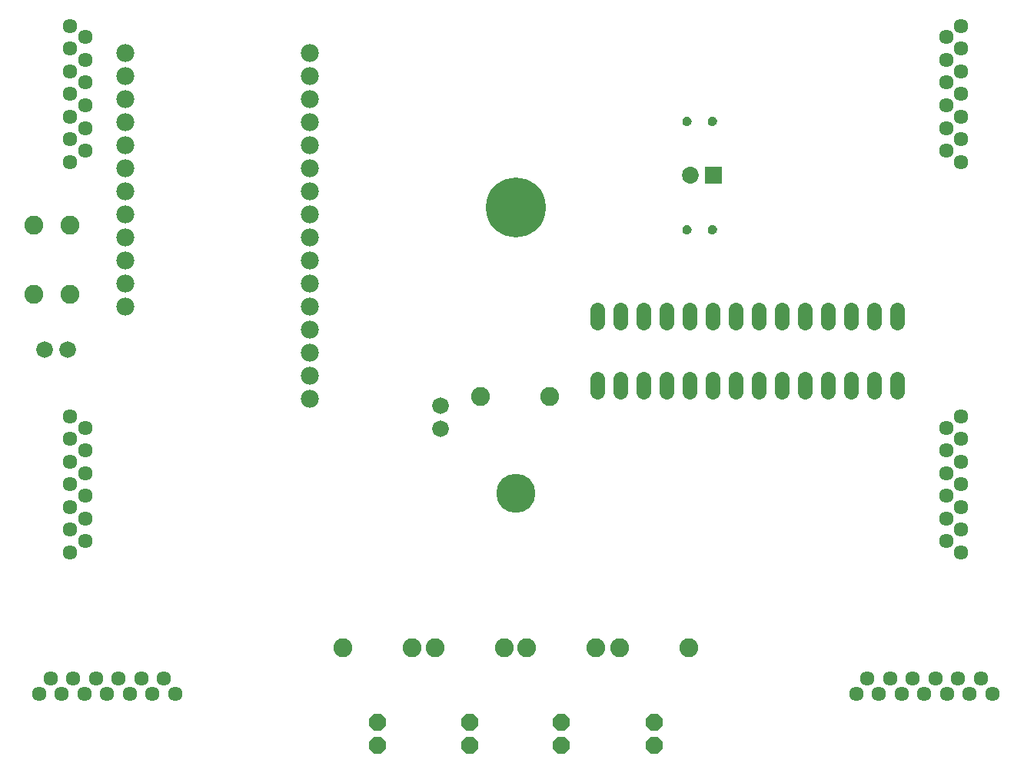
<source format=gts>
G04 EAGLE Gerber RS-274X export*
G75*
%MOMM*%
%FSLAX34Y34*%
%LPD*%
%INTop Soldermask*%
%IPPOS*%
%AMOC8*
5,1,8,0,0,1.08239X$1,22.5*%
G01*
%ADD10C,6.603200*%
%ADD11C,4.303200*%
%ADD12C,1.981200*%
%ADD13C,1.612800*%
%ADD14C,2.082800*%
%ADD15C,1.828800*%
%ADD16R,1.854200X1.854200*%
%ADD17C,1.854200*%
%ADD18P,2.034460X8X292.500000*%
%ADD19C,1.625600*%

G36*
X826736Y704907D02*
X826736Y704907D01*
X826811Y704904D01*
X827787Y705006D01*
X827835Y705020D01*
X827925Y705036D01*
X828854Y705352D01*
X828898Y705377D01*
X828983Y705413D01*
X829818Y705927D01*
X829855Y705961D01*
X829930Y706015D01*
X830630Y706703D01*
X830659Y706744D01*
X830719Y706813D01*
X831248Y707640D01*
X831267Y707686D01*
X831311Y707767D01*
X831643Y708690D01*
X831651Y708740D01*
X831676Y708829D01*
X831794Y709803D01*
X831791Y709853D01*
X831795Y709939D01*
X831700Y710941D01*
X831686Y710990D01*
X831670Y711080D01*
X831354Y712036D01*
X831330Y712081D01*
X831295Y712165D01*
X830773Y713026D01*
X830740Y713064D01*
X830687Y713139D01*
X829987Y713863D01*
X829946Y713892D01*
X829877Y713953D01*
X829034Y714503D01*
X828988Y714523D01*
X828907Y714567D01*
X827963Y714915D01*
X827913Y714924D01*
X827825Y714949D01*
X826827Y715079D01*
X826784Y715077D01*
X826658Y715078D01*
X825647Y714939D01*
X825599Y714923D01*
X825509Y714904D01*
X824554Y714542D01*
X824511Y714516D01*
X824427Y714478D01*
X823577Y713913D01*
X823540Y713878D01*
X823468Y713821D01*
X822764Y713082D01*
X822736Y713039D01*
X822678Y712968D01*
X822157Y712090D01*
X822139Y712043D01*
X822098Y711961D01*
X821785Y710989D01*
X821778Y710939D01*
X821757Y710850D01*
X821668Y709832D01*
X821673Y709782D01*
X821672Y709691D01*
X821803Y708727D01*
X821819Y708679D01*
X821838Y708590D01*
X822180Y707679D01*
X822206Y707636D01*
X822245Y707553D01*
X822782Y706741D01*
X822817Y706705D01*
X822873Y706632D01*
X823577Y705960D01*
X823619Y705933D01*
X823690Y705874D01*
X824526Y705376D01*
X824573Y705358D01*
X824655Y705318D01*
X825581Y705018D01*
X825631Y705011D01*
X825720Y704989D01*
X826689Y704903D01*
X826736Y704907D01*
G37*
G36*
X798745Y704907D02*
X798745Y704907D01*
X798820Y704904D01*
X799796Y705006D01*
X799844Y705020D01*
X799934Y705036D01*
X800863Y705352D01*
X800907Y705377D01*
X800992Y705413D01*
X801827Y705927D01*
X801864Y705961D01*
X801939Y706015D01*
X802639Y706703D01*
X802668Y706744D01*
X802728Y706813D01*
X803257Y707640D01*
X803276Y707686D01*
X803320Y707767D01*
X803652Y708690D01*
X803660Y708740D01*
X803685Y708829D01*
X803803Y709803D01*
X803800Y709853D01*
X803804Y709939D01*
X803709Y710941D01*
X803695Y710990D01*
X803679Y711080D01*
X803363Y712036D01*
X803339Y712081D01*
X803304Y712165D01*
X802782Y713026D01*
X802749Y713064D01*
X802696Y713139D01*
X801996Y713863D01*
X801955Y713892D01*
X801886Y713953D01*
X801043Y714503D01*
X800997Y714523D01*
X800916Y714567D01*
X799972Y714915D01*
X799922Y714924D01*
X799834Y714949D01*
X798836Y715079D01*
X798793Y715077D01*
X798667Y715078D01*
X797656Y714939D01*
X797608Y714923D01*
X797518Y714904D01*
X796563Y714542D01*
X796520Y714516D01*
X796436Y714478D01*
X795586Y713913D01*
X795549Y713878D01*
X795477Y713821D01*
X794773Y713082D01*
X794745Y713039D01*
X794687Y712968D01*
X794166Y712090D01*
X794148Y712043D01*
X794107Y711961D01*
X793794Y710989D01*
X793787Y710939D01*
X793766Y710850D01*
X793677Y709832D01*
X793682Y709782D01*
X793681Y709691D01*
X793812Y708727D01*
X793828Y708679D01*
X793847Y708590D01*
X794189Y707679D01*
X794215Y707636D01*
X794254Y707553D01*
X794791Y706741D01*
X794826Y706705D01*
X794882Y706632D01*
X795586Y705960D01*
X795628Y705933D01*
X795699Y705874D01*
X796535Y705376D01*
X796582Y705358D01*
X796664Y705318D01*
X797590Y705018D01*
X797640Y705011D01*
X797729Y704989D01*
X798698Y704903D01*
X798745Y704907D01*
G37*
G36*
X826736Y585527D02*
X826736Y585527D01*
X826811Y585524D01*
X827787Y585626D01*
X827835Y585640D01*
X827925Y585656D01*
X828854Y585972D01*
X828898Y585997D01*
X828983Y586033D01*
X829818Y586547D01*
X829855Y586581D01*
X829930Y586635D01*
X830630Y587323D01*
X830659Y587364D01*
X830719Y587433D01*
X831248Y588260D01*
X831267Y588306D01*
X831311Y588387D01*
X831643Y589310D01*
X831651Y589360D01*
X831676Y589449D01*
X831794Y590423D01*
X831791Y590473D01*
X831795Y590559D01*
X831700Y591561D01*
X831686Y591610D01*
X831670Y591700D01*
X831354Y592656D01*
X831330Y592701D01*
X831295Y592785D01*
X830773Y593646D01*
X830740Y593684D01*
X830687Y593759D01*
X829987Y594483D01*
X829946Y594512D01*
X829877Y594573D01*
X829034Y595123D01*
X828988Y595143D01*
X828907Y595187D01*
X827963Y595535D01*
X827913Y595544D01*
X827825Y595569D01*
X826827Y595699D01*
X826784Y595697D01*
X826658Y595698D01*
X825647Y595559D01*
X825599Y595543D01*
X825509Y595524D01*
X824554Y595162D01*
X824511Y595136D01*
X824427Y595098D01*
X823577Y594533D01*
X823540Y594498D01*
X823468Y594441D01*
X822764Y593702D01*
X822736Y593659D01*
X822678Y593588D01*
X822157Y592710D01*
X822139Y592663D01*
X822098Y592581D01*
X821785Y591609D01*
X821778Y591559D01*
X821757Y591470D01*
X821668Y590452D01*
X821673Y590402D01*
X821672Y590311D01*
X821803Y589347D01*
X821819Y589299D01*
X821838Y589210D01*
X822180Y588299D01*
X822206Y588256D01*
X822245Y588173D01*
X822782Y587361D01*
X822817Y587325D01*
X822873Y587252D01*
X823577Y586580D01*
X823619Y586553D01*
X823690Y586494D01*
X824526Y585996D01*
X824573Y585978D01*
X824655Y585938D01*
X825581Y585638D01*
X825631Y585631D01*
X825720Y585609D01*
X826689Y585523D01*
X826736Y585527D01*
G37*
G36*
X798745Y585527D02*
X798745Y585527D01*
X798820Y585524D01*
X799796Y585626D01*
X799844Y585640D01*
X799934Y585656D01*
X800863Y585972D01*
X800907Y585997D01*
X800992Y586033D01*
X801827Y586547D01*
X801864Y586581D01*
X801939Y586635D01*
X802639Y587323D01*
X802668Y587364D01*
X802728Y587433D01*
X803257Y588260D01*
X803276Y588306D01*
X803320Y588387D01*
X803652Y589310D01*
X803660Y589360D01*
X803685Y589449D01*
X803803Y590423D01*
X803800Y590473D01*
X803804Y590559D01*
X803709Y591561D01*
X803695Y591610D01*
X803679Y591700D01*
X803363Y592656D01*
X803339Y592701D01*
X803304Y592785D01*
X802782Y593646D01*
X802749Y593684D01*
X802696Y593759D01*
X801996Y594483D01*
X801955Y594512D01*
X801886Y594573D01*
X801043Y595123D01*
X800997Y595143D01*
X800916Y595187D01*
X799972Y595535D01*
X799922Y595544D01*
X799834Y595569D01*
X798836Y595699D01*
X798793Y595697D01*
X798667Y595698D01*
X797656Y595559D01*
X797608Y595543D01*
X797518Y595524D01*
X796563Y595162D01*
X796520Y595136D01*
X796436Y595098D01*
X795586Y594533D01*
X795549Y594498D01*
X795477Y594441D01*
X794773Y593702D01*
X794745Y593659D01*
X794687Y593588D01*
X794166Y592710D01*
X794148Y592663D01*
X794107Y592581D01*
X793794Y591609D01*
X793787Y591559D01*
X793766Y591470D01*
X793677Y590452D01*
X793682Y590402D01*
X793681Y590311D01*
X793812Y589347D01*
X793828Y589299D01*
X793847Y589210D01*
X794189Y588299D01*
X794215Y588256D01*
X794254Y588173D01*
X794791Y587361D01*
X794826Y587325D01*
X794882Y587252D01*
X795586Y586580D01*
X795628Y586553D01*
X795699Y586494D01*
X796535Y585996D01*
X796582Y585978D01*
X796664Y585938D01*
X797590Y585638D01*
X797640Y585631D01*
X797729Y585609D01*
X798698Y585523D01*
X798745Y585527D01*
G37*
D10*
X610000Y615000D03*
D11*
X610000Y300000D03*
D12*
X180500Y506100D03*
X180500Y531500D03*
X180500Y556900D03*
X180500Y582300D03*
X180500Y607700D03*
X180500Y633100D03*
X180500Y658500D03*
X180500Y683900D03*
X180500Y709300D03*
X180500Y734700D03*
X180500Y760100D03*
X180500Y785500D03*
X383700Y506100D03*
X383700Y531500D03*
X383700Y556900D03*
X383700Y582300D03*
X383700Y607700D03*
X383700Y633100D03*
X383700Y658500D03*
X383700Y683900D03*
X383700Y709300D03*
X383700Y734700D03*
X383700Y760100D03*
X383700Y785500D03*
X383700Y480700D03*
X383700Y455300D03*
X383700Y429900D03*
X383700Y404500D03*
D13*
X119200Y815100D03*
X135700Y802600D03*
X119200Y790100D03*
X135700Y777600D03*
X119200Y765100D03*
X135700Y752600D03*
X119200Y740100D03*
X135700Y727600D03*
X119200Y715100D03*
X135700Y702600D03*
X119200Y690100D03*
X135700Y677600D03*
X119200Y665100D03*
X1100800Y815100D03*
X1084300Y802600D03*
X1100800Y790100D03*
X1084300Y777600D03*
X1100800Y765100D03*
X1084300Y752600D03*
X1100800Y740100D03*
X1084300Y727600D03*
X1100800Y715100D03*
X1084300Y702600D03*
X1100800Y690100D03*
X1084300Y677600D03*
X1100800Y665100D03*
X119200Y234900D03*
X135700Y247400D03*
X119200Y259900D03*
X135700Y272400D03*
X119200Y284900D03*
X135700Y297400D03*
X119200Y309900D03*
X135700Y322400D03*
X119200Y334900D03*
X135700Y347400D03*
X119200Y359900D03*
X135700Y372400D03*
X119200Y384900D03*
X1100800Y234900D03*
X1084300Y247400D03*
X1100800Y259900D03*
X1084300Y272400D03*
X1100800Y284900D03*
X1084300Y297400D03*
X1100800Y309900D03*
X1084300Y322400D03*
X1100800Y334900D03*
X1084300Y347400D03*
X1100800Y359900D03*
X1084300Y372400D03*
X1100800Y384900D03*
X984900Y79200D03*
X997400Y95700D03*
X1009900Y79200D03*
X1022400Y95700D03*
X1034900Y79200D03*
X1047400Y95700D03*
X1059900Y79200D03*
X1072400Y95700D03*
X1084900Y79200D03*
X1097400Y95700D03*
X1109900Y79200D03*
X1122400Y95700D03*
X1134900Y79200D03*
X235100Y79200D03*
X222600Y95700D03*
X210100Y79200D03*
X197600Y95700D03*
X185100Y79200D03*
X172600Y95700D03*
X160100Y79200D03*
X147600Y95700D03*
X135100Y79200D03*
X122600Y95700D03*
X110100Y79200D03*
X97600Y95700D03*
X85100Y79200D03*
D14*
X571500Y406400D03*
X647700Y406400D03*
X119500Y519100D03*
X119500Y595300D03*
X79400Y595300D03*
X79400Y519100D03*
D15*
X116500Y458400D03*
X91100Y458400D03*
X527304Y396748D03*
X527304Y371348D03*
D16*
X827586Y650240D03*
D17*
X802586Y650240D03*
D18*
X762500Y47700D03*
X762500Y22300D03*
X660500Y47700D03*
X660500Y22300D03*
X559500Y47700D03*
X559500Y22300D03*
X457500Y47700D03*
X457500Y22300D03*
D14*
X724400Y130000D03*
X800600Y130000D03*
X622400Y130000D03*
X698600Y130000D03*
X521400Y130000D03*
X597600Y130000D03*
X419400Y130000D03*
X495600Y130000D03*
D19*
X1030100Y488188D02*
X1030100Y502412D01*
X1004700Y502412D02*
X1004700Y488188D01*
X979300Y488188D02*
X979300Y502412D01*
X953900Y502412D02*
X953900Y488188D01*
X928500Y488188D02*
X928500Y502412D01*
X903100Y502412D02*
X903100Y488188D01*
X877700Y488188D02*
X877700Y502412D01*
X852300Y502412D02*
X852300Y488188D01*
X826900Y488188D02*
X826900Y502412D01*
X801500Y502412D02*
X801500Y488188D01*
X776100Y488188D02*
X776100Y502412D01*
X750700Y502412D02*
X750700Y488188D01*
X725300Y488188D02*
X725300Y502412D01*
X699900Y502412D02*
X699900Y488188D01*
X699900Y426212D02*
X699900Y411988D01*
X725300Y411988D02*
X725300Y426212D01*
X750700Y426212D02*
X750700Y411988D01*
X776100Y411988D02*
X776100Y426212D01*
X801500Y426212D02*
X801500Y411988D01*
X826900Y411988D02*
X826900Y426212D01*
X852300Y426212D02*
X852300Y411988D01*
X877700Y411988D02*
X877700Y426212D01*
X903100Y426212D02*
X903100Y411988D01*
X928500Y411988D02*
X928500Y426212D01*
X953900Y426212D02*
X953900Y411988D01*
X979300Y411988D02*
X979300Y426212D01*
X1004700Y426212D02*
X1004700Y411988D01*
X1030100Y411988D02*
X1030100Y426212D01*
M02*

</source>
